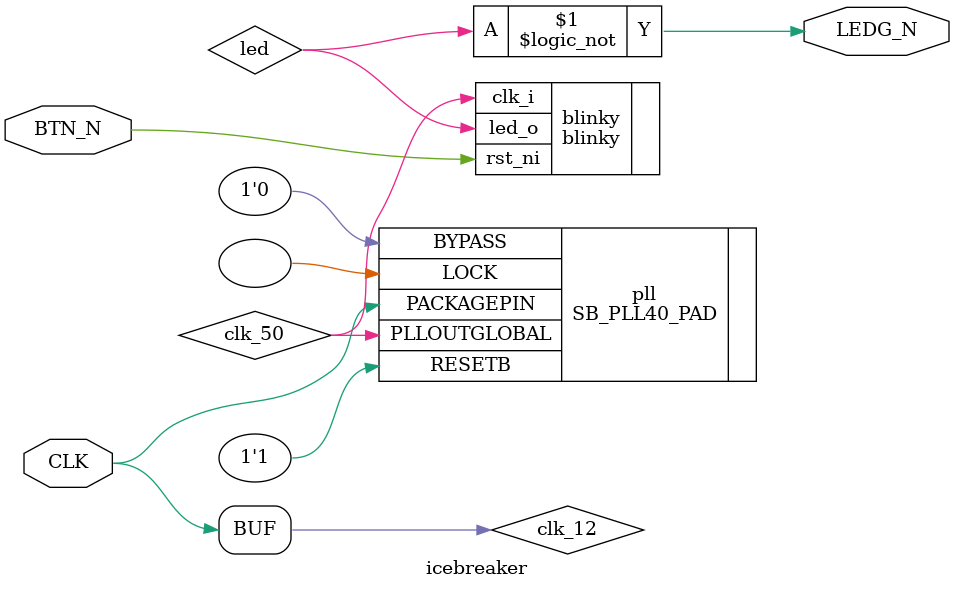
<source format=v>

module icebreaker (
    input  wire CLK,
    input  wire BTN_N,
    output wire LEDG_N
);

wire clk_12 = CLK;
wire clk_50;

wire led;
assign LEDG_N = !led;

// icepll -i 12 -o 50
SB_PLL40_PAD #(
    .FEEDBACK_PATH("SIMPLE"),
    .DIVR(4'd0),
    .DIVF(7'd66),
    .DIVQ(3'd4),
    .FILTER_RANGE(3'd1)
) pll (
    .LOCK(),
    .RESETB(1'b1),
    .BYPASS(1'b0),
    .PACKAGEPIN(clk_12),
    .PLLOUTGLOBAL(clk_50)
);

blinky #(
    .ResetValue(5_000_000)
) blinky (
    .clk_i(clk_50),
    .rst_ni(BTN_N),
    .led_o(led)
);

endmodule

</source>
